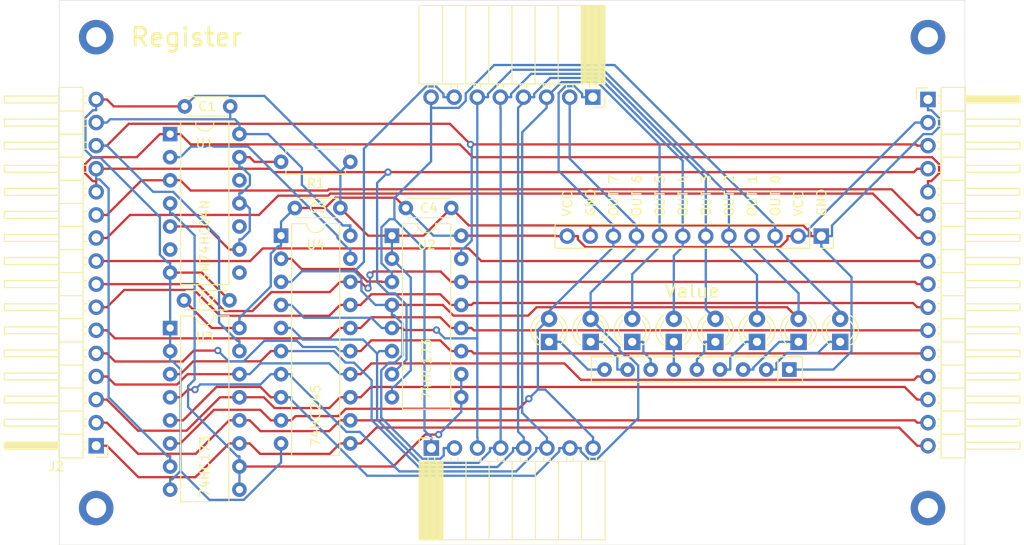
<source format=kicad_pcb>
(kicad_pcb (version 20221018) (generator pcbnew)
  (layers (0 "F.Cu" signal) (31 "B.Cu" signal) (34 "B.Paste" user) (35 "F.Paste" user) (36 "B.SilkS" user "B.Silkscreen") (37 "F.SilkS" user "F.Silkscreen") (38 "B.Mask" user) (39 "F.Mask" user) (44 "Edge.Cuts" user))
  (net 0 "")
  (net 1 "GND")
  (net 2 "VCC")
  (net 3 "R0")
  (net 4 "Net-(D1-K)")
  (net 5 "R1")
  (net 6 "Net-(D2-K)")
  (net 7 "R2")
  (net 8 "Net-(D3-K)")
  (net 9 "R3")
  (net 10 "Net-(D4-K)")
  (net 11 "R4")
  (net 12 "Net-(D5-K)")
  (net 13 "R5")
  (net 14 "Net-(D6-K)")
  (net 15 "R6")
  (net 16 "Net-(D7-K)")
  (net 17 "R7")
  (net 18 "Net-(D8-K)")
  (net 19 "BUS7")
  (net 20 "BUS6")
  (net 21 "BUS5")
  (net 22 "BUS4")
  (net 23 "BUS3")
  (net 24 "BUS2")
  (net 25 "BUS1")
  (net 26 "BUS0")
  (net 27 "SIG1")
  (net 28 "SIG0")
  (net 29 "SIG_OUT")
  (net 30 "SIG_IN")
  (net 31 "CLOCK")
  (net 32 "RESET")
  (net 33 "Net-(U1-3A)")
  (net 37 "~{SIG_OUT}")
  (net 38 "~{SIG_IN}")
  (footprint "Capacitor_THT:C_Disc_D4.3mm_W1.9mm_P5.00mm" (layer "F.Cu") (at 85.344 59.944 180)
    (fp_text reference "C1")
    (fp_text value "100nF")
  )
  (footprint "Capacitor_THT:C_Disc_D4.3mm_W1.9mm_P5.00mm" (layer "F.Cu") (at 80.264 81.28)
    (fp_text reference "C2")
    (fp_text value "100nF")
  )
  (footprint "LED_THT:LED_D3.0mm_Clear" (layer "F.Cu") (at 120.396 85.852 90)
    (fp_text reference "D1" hide)
    (fp_text value "LED")
  )
  (footprint "LED_THT:LED_D3.0mm_Clear" (layer "F.Cu") (at 124.968 85.852 90)
    (fp_text reference "D2" hide)
    (fp_text value "LED")
  )
  (footprint "LED_THT:LED_D3.0mm_Clear" (layer "F.Cu") (at 129.54 85.852 90)
    (fp_text reference "D3" hide)
    (fp_text value "LED")
  )
  (footprint "LED_THT:LED_D3.0mm_Clear" (layer "F.Cu") (at 134.112 85.852 90)
    (fp_text reference "D4" hide)
    (fp_text value "LED")
  )
  (footprint "LED_THT:LED_D3.0mm_Clear" (layer "F.Cu") (at 138.684 85.852 90)
    (fp_text reference "D5" hide)
    (fp_text value "LED")
  )
  (footprint "LED_THT:LED_D3.0mm_Clear" (layer "F.Cu") (at 143.256 85.852 90)
    (fp_text reference "D6" hide)
    (fp_text value "LED")
  )
  (footprint "LED_THT:LED_D3.0mm_Clear" (layer "F.Cu") (at 147.828 85.852 90)
    (fp_text reference "D7" hide)
    (fp_text value "LED")
  )
  (footprint "LED_THT:LED_D3.0mm_Clear" (layer "F.Cu") (at 152.4 85.852 90)
    (fp_text reference "D8" hide)
    (fp_text value "LED")
  )
  (footprint "Connector_PinHeader_2.54mm:PinHeader_1x16_P2.54mm_Horizontal" (layer "F.Cu") (at 162.052 59.182)
    (fp_text reference "J1" hide)
    (fp_text value "Conn_01x16")
  )
  (footprint "Connector_PinHeader_2.54mm:PinHeader_1x16_P2.54mm_Horizontal" (layer "F.Cu") (at 70.612 97.282 180)
    (fp_text reference "J2")
    (fp_text value "Conn_01x16")
  )
  (footprint "Connector_PinSocket_2.54mm:PinSocket_1x08_P2.54mm_Horizontal" (layer "F.Cu") (at 107.457 97.536 90)
    (fp_text reference "J3" hide)
    (fp_text value "Conn_01x08")
  )
  (footprint "Connector_PinSocket_2.54mm:PinSocket_1x08_P2.54mm_Horizontal" (layer "F.Cu") (at 125.207 58.928 -90)
    (fp_text reference "J4" hide)
    (fp_text value "Conn_01x08")
  )
  (footprint "Resistor_THT:R_Array_SIP9" (layer "F.Cu") (at 146.812 88.9 180)
    (fp_text reference "RN1" hide)
    (fp_text value "1k")
  )
  (footprint "Capacitor_THT:C_Disc_D4.3mm_W1.9mm_P5.00mm" (layer "F.Cu") (at 92.456 71.12)
    (fp_text reference "C3")
    (fp_text value "100nF")
  )
  (footprint "Capacitor_THT:C_Disc_D4.3mm_W1.9mm_P5.00mm" (layer "F.Cu") (at 104.648 71.12)
    (fp_text reference "C4")
    (fp_text value "100nF")
  )
  (footprint "Package_DIP:DIP-16_W7.62mm" (layer "F.Cu") (at 103.124 74.168)
    (fp_text reference "U2")
    (fp_text value "74HC173")
  )
  (footprint "Package_DIP:DIP-16_W7.62mm" (layer "F.Cu") (at 78.74 84.328)
    (fp_text reference "U3")
    (fp_text value "74HC173")
  )
  (footprint "Package_DIP:DIP-20_W7.62mm" (layer "F.Cu") (at 90.932 74.168)
    (fp_text reference "U4")
    (fp_text value "74HC245")
  )
  (footprint "Package_DIP:DIP-14_W7.62mm" (layer "F.Cu") (at 78.74 62.992)
    (fp_text reference "U1")
    (fp_text value "SN74HC04N")
  )
  (footprint "Connector_PinSocket_2.54mm:PinSocket_1x12_P2.54mm_Vertical" (layer "F.Cu") (at 150.328 74.218 -90)
    (fp_text reference "J5" hide)
    (fp_text value "Conn_01x12")
  )
  (footprint "Resistor_THT:R_Axial_DIN0207_L6.3mm_D2.5mm_P7.62mm_Horizontal" (layer "F.Cu") (at 98.552 66.04 180)
    (fp_text reference "R1")
    (fp_text value "10k")
  )
  (footprint "MountingHole:MountingHole_2.2mm_M2_DIN965_Pad" (layer "F.Cu") (at 70.612 104.14)
    (fp_text reference "HOLE3" hide)
    (fp_text value "MountingHole_2.2mm_M2_DIN965_Pad" hide)
  )
  (footprint "MountingHole:MountingHole_2.2mm_M2_DIN965_Pad" (layer "F.Cu") (at 70.612 52.324)
    (fp_text reference "HOLE1" hide)
    (fp_text value "MountingHole_2.2mm_M2_DIN965_Pad" hide)
  )
  (footprint "MountingHole:MountingHole_2.2mm_M2_DIN965_Pad" (layer "F.Cu") (at 162.052 104.14)
    (fp_text reference "HOLE4" hide)
    (fp_text value "MountingHole_2.2mm_M2_DIN965_Pad" hide)
  )
  (footprint "MountingHole:MountingHole_2.2mm_M2_DIN965_Pad" (layer "F.Cu") (at 162.052 52.324)
    (fp_text reference "HOLE2" hide)
    (fp_text value "MountingHole_2.2mm_M2_DIN965_Pad" hide)
  )
  (gr_line (start 166.116 108.204) (end 66.548 108.204) (stroke (width 0.05)) (layer "Edge.Cuts"))
  (gr_line (start 66.548 108.204) (end 66.548 48.26) (stroke (width 0.05)) (layer "Edge.Cuts"))
  (gr_line (start 66.548 48.26) (end 166.116 48.26) (stroke (width 0.05)) (layer "Edge.Cuts"))
  (gr_line (start 166.116 48.26) (end 166.116 108.204) (stroke (width 0.05)) (layer "Edge.Cuts"))
  (gr_text "VCC" (at 122.428 72.136 90) (layer "F.SilkS") (effects (font (size 1 1)) (justify left)))
  (gr_text "OUT 0" (at 145.288 72.136 90) (layer "F.SilkS") (effects (font (size 1 1)) (justify left)))
  (gr_text "OUT 1" (at 142.748 72.136 90) (layer "F.SilkS") (effects (font (size 1 1)) (justify left)))
  (gr_text "OUT 2" (at 140.208 72.136 90) (layer "F.SilkS") (effects (font (size 1 1)) (justify left)))
  (gr_text "OUT 3" (at 137.668 72.136 90) (layer "F.SilkS") (effects (font (size 1 1)) (justify left)))
  (gr_text "OUT 4" (at 135.128 72.136 90) (layer "F.SilkS") (effects (font (size 1 1)) (justify left)))
  (gr_text "OUT 6" (at 130.048 72.136 90) (layer "F.SilkS") (effects (font (size 1 1)) (justify left)))
  (gr_text "OUT 5" (at 132.588 72.136 90) (layer "F.SilkS") (effects (font (size 1 1)) (justify left)))
  (gr_text "OUT 7" (at 127.508 72.136 90) (layer "F.SilkS") (effects (font (size 1 1)) (justify left)))
  (gr_text "GND" (at 150.368 72.136 90) (layer "F.SilkS") (effects (font (size 1 1)) (justify left)))
  (gr_text "VCC" (at 147.828 72.136 90) (layer "F.SilkS") (effects (font (size 1 1)) (justify left)))
  (gr_text "GND" (at 124.968 72.136 90) (layer "F.SilkS") (effects (font (size 1 1)) (justify left)))
  (gr_text "Register" (at 80.518 52.324) (layer "F.SilkS") (effects (font (size 2 2) (thickness 0.3))))
  (gr_text "Value" (at 136.144 80.264) (layer "F.SilkS") (effects (font (size 1.5 1.5) (thickness 0.2))))
  (segment (start 100.504 74.168) (end 103.124 74.168) (width 0.25) (layer "F.Cu") (net 1))
  (segment (start 111.5691 73.0411) (end 109.648 71.12) (width 0.25) (layer "F.Cu") (net 1))
  (segment (start 124.928 73.0411) (end 148.3421 73.0411) (width 0.25) (layer "F.Cu") (net 1))
  (segment (start 97.456 71.12) (end 100.504 74.168) (width 0.25) (layer "F.Cu") (net 1))
  (segment (start 78.74 78.232) (end 82.216 78.232) (width 0.25) (layer "F.Cu") (net 1))
  (segment (start 80.344 59.944) (end 72.5509 59.944) (width 0.25) (layer "F.Cu") (net 1))
  (segment (start 150.328 74.218) (end 149.1511 74.218) (width 0.25) (layer "F.Cu") (net 1))
  (segment (start 82.216 78.232) (end 85.264 81.28) (width 0.25) (layer "F.Cu") (net 1))
  (segment (start 72.5509 59.944) (end 71.7889 59.182) (width 0.25) (layer "F.Cu") (net 1))
  (segment (start 106.6 74.168) (end 109.648 71.12) (width 0.25) (layer "F.Cu") (net 1))
  (segment (start 124.928 73.0411) (end 111.5691 73.0411) (width 0.25) (layer "F.Cu") (net 1))
  (segment (start 149.1511 73.8501) (end 149.1511 74.218) (width 0.25) (layer "F.Cu") (net 1))
  (segment (start 70.612 59.182) (end 71.7889 59.182) (width 0.25) (layer "F.Cu") (net 1))
  (segment (start 103.124 74.168) (end 106.6 74.168) (width 0.25) (layer "F.Cu") (net 1))
  (segment (start 124.928 74.218) (end 124.928 73.0411) (width 0.25) (layer "F.Cu") (net 1))
  (segment (start 148.3421 73.0411) (end 149.1511 73.8501) (width 0.25) (layer "F.Cu") (net 1))
  (segment (start 78.4582 77.1051) (end 78.74 77.1051) (width 0.25) (layer "B.Cu") (net 1))
  (segment (start 90.932 97.028) (end 90.932 99.1385) (width 0.25) (layer "B.Cu") (net 1))
  (segment (start 97.456 67.136) (end 97.456 71.12) (width 0.25) (layer "B.Cu") (net 1))
  (segment (start 79.0217 87.9949) (end 79.8906 88.8638) (width 0.25) (layer "B.Cu") (net 1))
  (segment (start 81.5014 58.7866) (end 89.1066 58.7866) (width 0.25) (layer "B.Cu") (net 1))
  (segment (start 78.74 84.328) (end 78.74 83.2011) (width 0.25) (layer "B.Cu") (net 1))
  (segment (start 78.74 86.868) (end 78.74 87.9949) (width 0.25) (layer "B.Cu") (net 1))
  (segment (start 103.124 91.948) (end 103.124 90.8211) (width 0.25) (layer "B.Cu") (net 1))
  (segment (start 151.6536 88.9) (end 146.812 88.9) (width 0.25) (layer "B.Cu") (net 1))
  (segment (start 77.6131 72.1241) (end 77.6131 76.26) (width 0.25) (layer "B.Cu") (net 1))
  (segment (start 78.74 79.3589) (end 78.74 83.2011) (width 0.25) (layer "B.Cu") (net 1))
  (segment (start 103.3575 90.8211) (end 103.124 90.8211) (width 0.25) (layer "B.Cu") (net 1))
  (segment (start 153.6472 86.9064) (end 151.6536 88.9) (width 0.25) (layer "B.Cu") (net 1))
  (segment (start 69.4351 64.7734) (end 70.2623 65.6006) (width 0.25) (layer "B.Cu") (net 1))
  (segment (start 103.124 74.168) (end 103.124 76.708) (width 0.25) (layer "B.Cu") (net 1))
  (segment (start 153.6472 78.7141) (end 153.6472 86.9064) (width 0.25) (layer "B.Cu") (net 1))
  (segment (start 162.052 59.182) (end 162.052 60.3589) (width 0.25) (layer "B.Cu") (net 1))
  (segment (start 79.8906 88.8638) (end 79.8906 100.064) (width 0.25) (layer "B.Cu") (net 1))
  (segment (start 79.8906 100.064) (end 78.9735 100.9811) (width 0.25) (layer "B.Cu") (net 1))
  (segment (start 103.124 76.708) (end 105.1975 78.7815) (width 0.25) (layer "B.Cu") (net 1))
  (segment (start 70.2623 65.6006) (end 71.0896 65.6006) (width 0.25) (layer "B.Cu") (net 1))
  (segment (start 150.328 74.218) (end 150.328 75.3949) (width 0.25) (layer "B.Cu") (net 1))
  (segment (start 162.052 60.3589) (end 162.4198 60.3589) (width 0.25) (layer "B.Cu") (net 1))
  (segment (start 162.5087 62.992) (end 161.554 62.992) (width 0.25) (layer "B.Cu") (net 1))
  (segment (start 80.344 59.944) (end 81.5014 58.7866) (width 0.25) (layer "B.Cu") (net 1))
  (segment (start 70.2441 60.3589) (end 69.4351 61.1679) (width 0.25) (layer "B.Cu") (net 1))
  (segment (start 70.612 60.3589) (end 70.2441 60.3589) (width 0.25) (layer "B.Cu") (net 1))
  (segment (start 150.328 74.218) (end 151.5049 74.218) (width 0.25) (layer "B.Cu") (net 1))
  (segment (start 78.74 87.9949) (end 79.0217 87.9949) (width 0.25) (layer "B.Cu") (net 1))
  (segment (start 161.554 62.992) (end 151.5049 73.0411) (width 0.25) (layer "B.Cu") (net 1))
  (segment (start 150.328 75.3949) (end 153.6472 78.7141) (width 0.25) (layer "B.Cu") (net 1))
  (segment (start 105.1975 88.9811) (end 103.3575 90.8211) (width 0.25) (layer "B.Cu") (net 1))
  (segment (start 78.74 86.868) (end 78.74 84.328) (width 0.25) (layer "B.Cu") (net 1))
  (segment (start 70.612 59.182) (end 70.612 60.3589) (width 0.25) (layer "B.Cu") (net 1))
  (segment (start 98.552 66.04) (end 97.456 67.136) (width 0.25) (layer "B.Cu") (net 1))
  (segment (start 83.0642 103.2376) (end 79.8906 100.064) (width 0.25) (layer "B.Cu") (net 1))
  (segment (start 105.1975 78.7815) (end 105.1975 88.9811) (width 0.25) (layer "B.Cu") (net 1))
  (segment (start 86.8329 103.2376) (end 83.0642 103.2376) (width 0.25) (layer "B.Cu") (net 1))
  (segment (start 89.1066 58.7866) (end 97.456 67.136) (width 0.25) (layer "B.Cu") (net 1))
  (segment (start 71.0896 65.6006) (end 77.6131 72.1241) (width 0.25) (layer "B.Cu") (net 1))
  (segment (start 90.932 99.1385) (end 86.8329 103.2376) (width 0.25) (layer "B.Cu") (net 1))
  (segment (start 77.6131 76.26) (end 78.4582 77.1051) (width 0.25) (layer "B.Cu") (net 1))
  (segment (start 78.74 102.108) (end 78.74 100.9811) (width 0.25) (layer "B.Cu") (net 1))
  (segment (start 163.2692 62.2315) (end 162.5087 62.992) (width 0.25) (layer "B.Cu") (net 1))
  (segment (start 69.4351 61.1679) (end 69.4351 64.7734) (width 0.25) (layer "B.Cu") (net 1))
  (segment (start 78.9735 100.9811) (end 78.74 100.9811) (width 0.25) (layer "B.Cu") (net 1))
  (segment (start 162.4198 60.3589) (end 163.2692 61.2083) (width 0.25) (layer "B.Cu") (net 1))
  (segment (start 163.2692 61.2083) (end 163.2692 62.2315) (width 0.25) (layer "B.Cu") (net 1))
  (segment (start 78.74 78.232) (end 78.74 79.3589) (width 0.25) (layer "B.Cu") (net 1))
  (segment (start 151.5049 73.0411) (end 151.5049 74.218) (width 0.25) (layer "B.Cu") (net 1))
  (segment (start 78.74 78.232) (end 78.74 77.1051) (width 0.25) (layer "B.Cu") (net 1))
  (segment (start 124.4114 75.4303) (end 123.5649 74.5838) (width 0.25) (layer "F.Cu") (net 2))
  (segment (start 122.388 74.218) (end 123.5649 74.218) (width 0.25) (layer "F.Cu") (net 2))
  (segment (start 146.6111 74.6004) (end 145.7812 75.4303) (width 0.25) (layer "F.Cu") (net 2))
  (segment (start 122.388 74.218) (end 121.2111 74.218) (width 0.25) (layer "F.Cu") (net 2))
  (segment (start 103.5197 69.9917) (end 96.9043 69.9917) (width 0.25) (layer "F.Cu") (net 2))
  (segment (start 98.552 73.0411) (end 97.7307 73.0411) (width 0.25) (layer "F.Cu") (net 2))
  (segment (start 95.7928 71.1032) (end 95.776 71.12) (width 0.25) (layer "F.Cu") (net 2))
  (segment (start 83.312 84.328) (end 80.264 81.28) (width 0.25) (layer "F.Cu") (net 2))
  (segment (start 147.788 74.218) (end 146.6111 74.218) (width 0.25) (layer "F.Cu") (net 2))
  (segment (start 95.776 71.12) (end 92.456 71.12) (width 0.25) (layer "F.Cu") (net 2))
  (segment (start 104.648 71.12) (end 103.5197 69.9917) (width 0.25) (layer "F.Cu") (net 2))
  (segment (start 97.7307 73.0411) (end 95.7928 71.1032) (width 0.25) (layer "F.Cu") (net 2))
  (segment (start 123.5649 74.5838) (end 123.5649 74.218) (width 0.25) (layer "F.Cu") (net 2))
  (segment (start 121.1611 74.168) (end 121.2111 74.218) (width 0.25) (layer "F.Cu") (net 2))
  (segment (start 145.7812 75.4303) (end 124.4114 75.4303) (width 0.25) (layer "F.Cu") (net 2))
  (segment (start 86.36 84.328) (end 83.312 84.328) (width 0.25) (layer "F.Cu") (net 2))
  (segment (start 146.6111 74.218) (end 146.6111 74.6004) (width 0.25) (layer "F.Cu") (net 2))
  (segment (start 96.9043 69.9917) (end 95.7928 71.1032) (width 0.25) (layer "F.Cu") (net 2))
  (segment (start 110.744 74.168) (end 121.1611 74.168) (width 0.25) (layer "F.Cu") (net 2))
  (segment (start 98.552 74.168) (end 98.552 73.0411) (width 0.25) (layer "F.Cu") (net 2))
  (segment (start 93.2233 66.6981) (end 89.5172 62.992) (width 0.25) (layer "B.Cu") (net 2))
  (segment (start 90.932 72.644) (end 90.932 74.168) (width 0.25) (layer "B.Cu") (net 2))
  (segment (start 90.932 74.168) (end 90.932 75.2949) (width 0.25) (layer "B.Cu") (net 2))
  (segment (start 110.744 74.168) (end 107.696 74.168) (width 0.25) (layer "B.Cu") (net 2))
  (segment (start 89.8051 76.14) (end 89.8051 79.756) (width 0.25) (layer "B.Cu") (net 2))
  (segment (start 97.7068 73.0411) (end 93.2233 68.5576) (width 0.25) (layer "B.Cu") (net 2))
  (segment (start 98.552 74.168) (end 98.552 73.0411) (width 0.25) (layer "B.Cu") (net 2))
  (segment (start 148.9649 74.218) (end 148.9649 73.4089) (width 0.25) (layer "B.Cu") (net 2))
  (segment (start 86.36 61.8651) (end 85.852 61.3571) (width 0.25) (layer "B.Cu") (net 2))
  (segment (start 107.696 74.168) (end 104.648 71.12) (width 0.25) (layer "B.Cu") (net 2))
  (segment (start 148.9649 73.4089) (end 160.6518 61.722) (width 0.25) (layer "B.Cu") (net 2))
  (segment (start 86.36 62.992) (end 86.36 61.8651) (width 0.25) (layer "B.Cu") (net 2))
  (segment (start 147.788 74.218) (end 148.9649 74.218) (width 0.25) (layer "B.Cu") (net 2))
  (segment (start 85.344 61.3571) (end 72.1538 61.3571) (width 0.25) (layer "B.Cu") (net 2))
  (segment (start 86.36 84.328) (end 86.36 83.2011) (width 0.25) (layer "B.Cu") (net 2))
  (segment (start 85.344 61.3571) (end 85.344 59.944) (width 0.25) (layer "B.Cu") (net 2))
  (segment (start 89.8051 79.756) (end 86.36 83.2011) (width 0.25) (layer "B.Cu") (net 2))
  (segment (start 92.456 71.12) (end 90.932 72.644) (width 0.25) (layer "B.Cu") (net 2))
  (segment (start 93.2233 68.5576) (end 93.2233 66.6981) (width 0.25) (layer "B.Cu") (net 2))
  (segment (start 70.612 61.722) (end 71.7889 61.722) (width 0.25) (layer "B.Cu") (net 2))
  (segment (start 160.6518 61.722) (end 162.052 61.722) (width 0.25) (layer "B.Cu") (net 2))
  (segment (start 89.5172 62.992) (end 86.36 62.992) (width 0.25) (layer "B.Cu") (net 2))
  (segment (start 90.6502 75.2949) (end 89.8051 76.14) (width 0.25) (layer "B.Cu") (net 2))
  (segment (start 72.1538 61.3571) (end 71.7889 61.722) (width 0.25) (layer "B.Cu") (net 2))
  (segment (start 85.852 61.3571) (end 85.344 61.3571) (width 0.25) (layer "B.Cu") (net 2))
  (segment (start 90.932 75.2949) (end 90.6502 75.2949) (width 0.25) (layer "B.Cu") (net 2))
  (segment (start 98.552 73.0411) (end 97.7068 73.0411) (width 0.25) (layer "B.Cu") (net 2))
  (segment (start 90.932 76.708) (end 92.0589 76.708) (width 0.25) (layer "F.Cu") (net 3))
  (segment (start 101.9654 79.2163) (end 101.9971 79.248) (width 0.25) (layer "F.Cu") (net 3))
  (segment (start 92.0589 76.708) (end 93.1858 77.8349) (width 0.25) (layer "F.Cu") (net 3))
  (segment (start 100.409 79.2163) (end 101.9654 79.2163) (width 0.25) (layer "F.Cu") (net 3))
  (segment (start 93.1858 77.8349) (end 99.0276 77.8349) (width 0.25) (layer "F.Cu") (net 3))
  (segment (start 102.5606 79.248) (end 101.9971 79.248) (width 0.25) (layer "F.Cu") (net 3))
  (segment (start 102.5606 79.248) (end 103.124 79.248) (width 0.25) (layer "F.Cu") (net 3))
  (segment (start 99.0276 77.8349) (end 100.409 79.2163) (width 0.25) (layer "F.Cu") (net 3))
  (segment (start 103.395 70.0272) (end 103.395 72.3591) (width 0.25) (layer "B.Cu") (net 3))
  (segment (start 127.5947 55.3878) (end 145.248 73.0411) (width 0.25) (layer "B.Cu") (net 3))
  (segment (start 111.237 58.5124) (end 114.3616 55.3878) (width 0.25) (layer "B.Cu") (net 3))
  (segment (start 107.457 97.536) (end 107.457 96.3591) (width 0.25) (layer "B.Cu") (net 3))
  (segment (start 101.9718 77.2024) (end 101.9718 73.2485) (width 0.25) (layer "B.Cu") (net 3))
  (segment (start 110.4727 60.1049) (end 111.237 59.3406) (width 0.25) (layer "B.Cu") (net 3))
  (segment (start 145.248 74.218) (end 145.248 73.0411) (width 0.25) (layer "B.Cu") (net 3))
  (segment (start 107.427 60.1049) (end 110.4727 60.1049) (width 0.25) (layer "B.Cu") (net 3))
  (segment (start 103.395 72.3591) (end 106.7003 75.6644) (width 0.25) (layer "B.Cu") (net 3))
  (segment (start 145.248 75.3949) (end 152.4 82.5469) (width 0.25) (layer "B.Cu") (net 3))
  (segment (start 106.7003 95.6024) (end 107.457 96.3591) (width 0.25) (layer "B.Cu") (net 3))
  (segment (start 107.427 60.1049) (end 107.427 65.9952) (width 0.25) (layer "B.Cu") (net 3))
  (segment (start 103.124 78.1211) (end 102.8905 78.1211) (width 0.25) (layer "B.Cu") (net 3))
  (segment (start 107.427 65.9952) (end 103.395 70.0272) (width 0.25) (layer "B.Cu") (net 3))
  (segment (start 103.124 79.248) (end 103.124 78.1211) (width 0.25) (layer "B.Cu") (net 3))
  (segment (start 102.8905 78.1211) (end 101.9718 77.2024) (width 0.25) (layer "B.Cu") (net 3))
  (segment (start 101.9718 73.2485) (end 102.8612 72.3591) (width 0.25) (layer "B.Cu") (net 3))
  (segment (start 111.237 59.3406) (end 111.237 58.5124) (width 0.25) (layer "B.Cu") (net 3))
  (segment (start 106.7003 75.6644) (end 106.7003 95.6024) (width 0.25) (layer "B.Cu") (net 3))
  (segment (start 107.427 58.928) (end 107.427 60.1049) (width 0.25) (layer "B.Cu") (net 3))
  (segment (start 102.8612 72.3591) (end 103.395 72.3591) (width 0.25) (layer "B.Cu") (net 3))
  (segment (start 152.4 82.5469) (end 152.4 83.312) (width 0.25) (layer "B.Cu") (net 3))
  (segment (start 114.3616 55.3878) (end 127.5947 55.3878) (width 0.25) (layer "B.Cu") (net 3))
  (segment (start 145.248 74.218) (end 145.248 75.3949) (width 0.25) (layer "B.Cu") (net 3))
  (segment (start 124.6709 88.9) (end 121.6229 85.852) (width 0.25) (layer "B.Cu") (net 4))
  (segment (start 120.396 85.852) (end 121.6229 85.852) (width 0.25) (layer "B.Cu") (net 4))
  (segment (start 126.492 88.9) (end 124.6709 88.9) (width 0.25) (layer "B.Cu") (net 4))
  (segment (start 109.8905 82.9674) (end 118.1016 82.9674) (width 0.25) (layer "F.Cu") (net 5))
  (segment (start 103.124 81.788) (end 108.7111 81.788) (width 0.25) (layer "F.Cu") (net 5))
  (segment (start 146.5553 82.0393) (end 147.828 83.312) (width 0.25) (layer "F.Cu") (net 5))
  (segment (start 108.7111 81.788) (end 109.8905 82.9674) (width 0.25) (layer "F.Cu") (net 5))
  (segment (start 119.0297 82.0393) (end 146.5553 82.0393) (width 0.25) (layer "F.Cu") (net 5))
  (segment (start 118.1016 82.9674) (end 119.0297 82.0393) (width 0.25) (layer "F.Cu") (net 5))
  (segment (start 104.2719 87.3182) (end 103.4521 88.138) (width 0.25) (layer "B.Cu") (net 5))
  (segment (start 109.997 97.536) (end 108.8201 97.536) (width 0.25) (layer "B.Cu") (net 5))
  (segment (start 93.2204 78.0865) (end 99.0101 78.0865) (width 0.25) (layer "B.Cu") (net 5))
  (segment (start 99.0101 78.0865) (end 99.769 78.8454) (width 0.25) (layer "B.Cu") (net 5))
  (segment (start 108.7901 58.5602) (end 107.9778 57.7479) (width 0.25) (layer "B.Cu") (net 5))
  (segment (start 107.9778 57.7479) (end 106.8811 57.7479) (width 0.25) (layer "B.Cu") (net 5))
  (segment (start 101.9489 94.193) (end 106.4688 98.7129) (width 0.25) (layer "B.Cu") (net 5))
  (segment (start 101.9489 88.9879) (end 101.9489 94.193) (width 0.25) (layer "B.Cu") (net 5))
  (segment (start 103.124 82.9149) (end 103.3575 82.9149) (width 0.25) (layer "B.Cu") (net 5))
  (segment (start 147.828 80.5149) (end 147.828 83.312) (width 0.25) (layer "B.Cu") (net 5))
  (segment (start 103.124 81.788) (end 101.9971 81.788) (width 0.25) (layer "B.Cu") (net 5))
  (segment (start 108.7901 58.928) (end 108.7901 58.5602) (width 0.25) (layer "B.Cu") (net 5))
  (segment (start 142.708 74.218) (end 142.708 75.3949) (width 0.25) (layer "B.Cu") (net 5))
  (segment (start 100.0454 77.0512) (end 99.0101 78.0865) (width 0.25) (layer "B.Cu") (net 5))
  (segment (start 142.708 75.3949) (end 147.828 80.5149) (width 0.25) (layer "B.Cu") (net 5))
  (segment (start 99.769 78.8454) (end 99.769 80.2443) (width 0.25) (layer "B.Cu") (net 5))
  (segment (start 103.4521 88.138) (end 102.7988 88.138) (width 0.25) (layer "B.Cu") (net 5))
  (segment (start 106.8811 57.7479) (end 100.0454 64.5836) (width 0.25) (layer "B.Cu") (net 5))
  (segment (start 103.3575 82.9149) (end 104.2719 83.8293) (width 0.25) (layer "B.Cu") (net 5))
  (segment (start 101.3127 81.788) (end 101.9971 81.788) (width 0.25) (layer "B.Cu") (net 5))
  (segment (start 90.932 79.248) (end 92.0589 79.248) (width 0.25) (layer "B.Cu") (net 5))
  (segment (start 108.4524 98.7129) (end 108.8201 98.3452) (width 0.25) (layer "B.Cu") (net 5))
  (segment (start 106.4688 98.7129) (end 108.4524 98.7129) (width 0.25) (layer "B.Cu") (net 5))
  (segment (start 92.0589 79.248) (end 93.2204 78.0865) (width 0.25) (layer "B.Cu") (net 5))
  (segment (start 108.8201 98.3452) (end 108.8201 97.536) (width 0.25) (layer "B.Cu") (net 5))
  (segment (start 109.967 58.928) (end 108.7901 58.928) (width 0.25) (layer "B.Cu") (net 5))
  (segment (start 103.124 81.788) (end 103.124 82.9149) (width 0.25) (layer "B.Cu") (net 5))
  (segment (start 104.2719 83.8293) (end 104.2719 87.3182) (width 0.25) (layer "B.Cu") (net 5))
  (segment (start 99.769 80.2443) (end 101.3127 81.788) (width 0.25) (layer "B.Cu") (net 5))
  (segment (start 100.0454 64.5836) (end 100.0454 77.0512) (width 0.25) (layer "B.Cu") (net 5))
  (segment (start 102.7988 88.138) (end 101.9489 88.9879) (width 0.25) (layer "B.Cu") (net 5))
  (segment (start 126.1949 85.852) (end 127.9051 87.5622) (width 0.25) (layer "B.Cu") (net 6))
  (segment (start 127.9051 87.5622) (end 127.9051 88.9) (width 0.25) (layer "B.Cu") (net 6))
  (segment (start 124.968 85.852) (end 126.1949 85.852) (width 0.25) (layer "B.Cu") (net 6))
  (segment (start 129.032 88.9) (end 127.9051 88.9) (width 0.25) (layer "B.Cu") (net 6))
  (segment (start 103.124 84.328) (end 104.2509 84.328) (width 0.25) (layer "F.Cu") (net 7))
  (segment (start 108.0201 84.5553) (end 104.4782 84.5553) (width 0.25) (layer "F.Cu") (net 7))
  (segment (start 104.4782 84.5553) (end 104.2509 84.328) (width 0.25) (layer "F.Cu") (net 7))
  (via (at 108.0201 84.5553) (size 0.8) (drill 0.4) (layers "F.Cu" "B.Cu") (net 7))
  (segment (start 140.168 69.737) (end 140.168 74.218) (width 0.25) (layer "B.Cu") (net 7))
  (segment (start 93.472 83.2011) (end 92.0589 81.788) (width 0.25) (layer "B.Cu") (net 7))
  (segment (start 112.507 85.4677) (end 108.9325 85.4677) (width 0.25) (layer "B.Cu") (net 7))
  (segment (start 103.124 84.328) (end 101.9971 84.328) (width 0.25) (layer "B.Cu") (net 7))
  (segment (start 113.6839 58.928) (end 113.6839 58.5622) (width 0.25) (layer "B.Cu") (net 7))
  (segment (start 112.507 96.3291) (end 112.507 85.4677) (width 0.25) (layer "B.Cu") (net 7))
  (segment (start 112.507 85.4677) (end 112.507 58.928) (width 0.25) (layer "B.Cu") (net 7))
  (segment (start 126.3417 55.9107) (end 140.168 69.737) (width 0.25) (layer "B.Cu") (net 7))
  (segment (start 112.507 58.928) (end 113.6839 58.928) (width 0.25) (layer "B.Cu") (net 7))
  (segment (start 140.168 75.3949) (end 143.256 78.4829) (width 0.25) (layer "B.Cu") (net 7))
  (segment (start 116.3354 55.9107) (end 126.3417 55.9107) (width 0.25) (layer "B.Cu") (net 7))
  (segment (start 100.8702 83.2011) (end 93.472 83.2011) (width 0.25) (layer "B.Cu") (net 7))
  (segment (start 108.9325 85.4677) (end 108.0201 84.5553) (width 0.25) (layer "B.Cu") (net 7))
  (segment (start 90.932 81.788) (end 92.0589 81.788) (width 0.25) (layer "B.Cu") (net 7))
  (segment (start 140.168 74.218) (end 140.168 75.3949) (width 0.25) (layer "B.Cu") (net 7))
  (segment (start 113.6839 58.5622) (end 116.3354 55.9107) (width 0.25) (layer "B.Cu") (net 7))
  (segment (start 101.9971 84.328) (end 100.8702 83.2011) (width 0.25) (layer "B.Cu") (net 7))
  (segment (start 112.537 97.536) (end 112.537 96.3591) (width 0.25) (layer "B.Cu") (net 7))
  (segment (start 143.256 78.4829) (end 143.256 83.312) (width 0.25) (layer "B.Cu") (net 7))
  (segment (start 112.537 96.3591) (end 112.507 96.3291) (width 0.25) (layer "B.Cu") (net 7))
  (segment (start 129.54 85.852) (end 130.7669 85.852) (width 0.25) (layer "B.Cu") (net 8))
  (segment (start 130.7669 86.968) (end 130.7669 85.852) (width 0.25) (layer "B.Cu") (net 8))
  (segment (start 131.572 87.7731) (end 130.7669 86.968) (width 0.25) (layer "B.Cu") (net 8))
  (segment (start 131.572 88.9) (end 131.572 87.7731) (width 0.25) (layer "B.Cu") (net 8))
  (segment (start 113.9001 97.536) (end 113.9001 97.9039) (width 0.25) (layer "B.Cu") (net 9))
  (segment (start 99.9529 85.598) (end 93.3289 85.598) (width 0.25) (layer "B.Cu") (net 9))
  (segment (start 126.1538 56.3641) (end 137.6279 67.8382) (width 0.25) (layer "B.Cu") (net 9))
  (segment (start 106.2602 99.1688) (end 101.4894 94.398) (width 0.25) (layer "B.Cu") (net 9))
  (segment (start 137.628 82.256) (end 137.628 74.218) (width 0.25) (layer "B.Cu") (net 9))
  (segment (start 112.6352 99.1688) (end 106.2602 99.1688) (width 0.25) (layer "B.Cu") (net 9))
  (segment (start 116.2239 58.928) (end 116.2239 58.5644) (width 0.25) (layer "B.Cu") (net 9))
  (segment (start 137.6279 67.8382) (end 137.6279 73.0411) (width 0.25) (layer "B.Cu") (net 9))
  (segment (start 113.9001 97.9039) (end 112.6352 99.1688) (width 0.25) (layer "B.Cu") (net 9))
  (segment (start 103.124 86.868) (end 101.9971 86.868) (width 0.25) (layer "B.Cu") (net 9))
  (segment (start 101.4894 87.1345) (end 99.9529 85.598) (width 0.25) (layer "B.Cu") (net 9))
  (segment (start 137.6279 73.0411) (end 137.628 73.0411) (width 0.25) (layer "B.Cu") (net 9))
  (segment (start 115.047 58.928) (end 116.2239 58.928) (width 0.25) (layer "B.Cu") (net 9))
  (segment (start 93.3289 85.598) (end 92.0589 84.328) (width 0.25) (layer "B.Cu") (net 9))
  (segment (start 137.628 74.218) (end 137.628 73.0411) (width 0.25) (layer "B.Cu") (net 9))
  (segment (start 115.077 97.536) (end 113.9001 97.536) (width 0.25) (layer "B.Cu") (net 9))
  (segment (start 115.077 60.1349) (end 115.077 97.536) (width 0.25) (layer "B.Cu") (net 9))
  (segment (start 101.7559 86.868) (end 101.9971 86.868) (width 0.25) (layer "B.Cu") (net 9))
  (segment (start 138.684 83.312) (end 137.628 82.256) (width 0.25) (layer "B.Cu") (net 9))
  (segment (start 116.2239 58.5644) (end 118.4242 56.3641) (width 0.25) (layer "B.Cu") (net 9))
  (segment (start 115.047 60.1049) (end 115.077 60.1349) (width 0.25) (layer "B.Cu") (net 9))
  (segment (start 115.047 58.928) (end 115.047 60.1049) (width 0.25) (layer "B.Cu") (net 9))
  (segment (start 118.4242 56.3641) (end 126.1538 56.3641) (width 0.25) (layer "B.Cu") (net 9))
  (segment (start 90.932 84.328) (end 92.0589 84.328) (width 0.25) (layer "B.Cu") (net 9))
  (segment (start 101.4894 94.398) (end 101.4894 87.1345) (width 0.25) (layer "B.Cu") (net 9))
  (segment (start 101.4894 87.1345) (end 101.7559 86.868) (width 0.25) (layer "B.Cu") (net 9))
  (segment (start 134.112 88.9) (end 134.112 85.852) (width 0.25) (layer "B.Cu") (net 10))
  (segment (start 90.932 86.868) (end 89.8051 86.868) (width 0.25) (layer "F.Cu") (net 11))
  (segment (start 88.6782 87.9949) (end 81.28 87.9949) (width 0.25) (layer "F.Cu") (net 11))
  (segment (start 89.8051 86.868) (end 88.6782 87.9949) (width 0.25) (layer "F.Cu") (net 11))
  (segment (start 81.28 87.9949) (end 79.8669 89.408) (width 0.25) (layer "F.Cu") (net 11))
  (segment (start 78.74 89.408) (end 79.8669 89.408) (width 0.25) (layer "F.Cu") (net 11))
  (segment (start 98.0218 88.138) (end 98.9531 88.138) (width 0.25) (layer "B.Cu") (net 11))
  (segment (start 135.088 74.218) (end 135.088 73.0411) (width 0.25) (layer "B.Cu") (net 11))
  (segment (start 118.7639 58.5644) (end 120.512 56.8163) (width 0.25) (layer "B.Cu") (net 11))
  (segment (start 106.0716 99.6237) (end 114.7182 99.6237) (width 0.25) (layer "B.Cu") (net 11))
  (segment (start 92.0589 86.868) (end 92.0619 86.871) (width 0.25) (layer "B.Cu") (net 11))
  (segment (start 135.0879 73.0411) (end 135.088 73.0411) (width 0.25) (layer "B.Cu") (net 11))
  (segment (start 100.8909 94.443) (end 106.0716 99.6237) (width 0.25) (layer "B.Cu") (net 11))
  (segment (start 117.587 58.928) (end 118.1755 58.928) (width 0.25) (layer "B.Cu") (net 11))
  (segment (start 96.7548 86.871) (end 98.0218 88.138) (width 0.25) (layer "B.Cu") (net 11))
  (segment (start 116.9913 95.7334) (end 117.617 96.3591) (width 0.25) (layer "B.Cu") (net 11))
  (segment (start 114.7182 99.6237) (end 116.4401 97.9018) (width 0.25) (layer "B.Cu") (net 11))
  (segment (start 135.088 74.8064) (end 135.088 75.3949) (width 0.25) (layer "B.Cu") (net 11))
  (segment (start 92.0619 86.871) (end 96.7548 86.871) (width 0.25) (layer "B.Cu") (net 11))
  (segment (start 134.112 76.3709) (end 134.112 83.312) (width 0.25) (layer "B.Cu") (net 11))
  (segment (start 135.088 75.3949) (end 134.112 76.3709) (width 0.25) (layer "B.Cu") (net 11))
  (segment (start 90.932 86.868) (end 92.0589 86.868) (width 0.25) (layer "B.Cu") (net 11))
  (segment (start 118.1755 58.928) (end 116.9913 60.1122) (width 0.25) (layer "B.Cu") (net 11))
  (segment (start 100.8909 90.0758) (end 100.8909 94.443) (width 0.25) (layer "B.Cu") (net 11))
  (segment (start 117.617 97.536) (end 116.4401 97.536) (width 0.25) (layer "B.Cu") (net 11))
  (segment (start 118.1755 58.928) (end 118.7639 58.928) (width 0.25) (layer "B.Cu") (net 11))
  (segment (start 116.4401 97.9018) (end 116.4401 97.536) (width 0.25) (layer "B.Cu") (net 11))
  (segment (start 98.9531 88.138) (end 100.8909 90.0758) (width 0.25) (layer "B.Cu") (net 11))
  (segment (start 125.9669 56.8163) (end 135.0879 65.9373) (width 0.25) (layer "B.Cu") (net 11))
  (segment (start 135.088 74.8064) (end 135.088 74.218) (width 0.25) (layer "B.Cu") (net 11))
  (segment (start 135.0879 65.9373) (end 135.0879 73.0411) (width 0.25) (layer "B.Cu") (net 11))
  (segment (start 117.617 97.536) (end 117.617 96.3591) (width 0.25) (layer "B.Cu") (net 11))
  (segment (start 118.7639 58.928) (end 118.7639 58.5644) (width 0.25) (layer "B.Cu") (net 11))
  (segment (start 120.512 56.8163) (end 125.9669 56.8163) (width 0.25) (layer "B.Cu") (net 11))
  (segment (start 116.9913 60.1122) (end 116.9913 95.7334) (width 0.25) (layer "B.Cu") (net 11))
  (segment (start 136.652 88.9) (end 136.652 87.7731) (width 0.25) (layer "B.Cu") (net 12))
  (segment (start 137.4571 86.968) (end 137.4571 85.852) (width 0.25) (layer "B.Cu") (net 12))
  (segment (start 138.684 85.852) (end 137.4571 85.852) (width 0.25) (layer "B.Cu") (net 12))
  (segment (start 136.652 87.7731) (end 137.4571 86.968) (width 0.25) (layer "B.Cu") (net 12))
  (segment (start 80.7099 91.105) (end 81.4778 91.105) (width 0.25) (layer "F.Cu") (net 13))
  (segment (start 78.74 91.948) (end 79.8669 91.948) (width 0.25) (layer "F.Cu") (net 13))
  (segment (start 79.8669 91.948) (end 80.7099 91.105) (width 0.25) (layer "F.Cu") (net 13))
  (via (at 81.4778 91.105) (size 0.8) (drill 0.4) (layers "F.Cu" "B.Cu") (net 13))
  (segment (start 82.0479 90.5349) (end 81.4778 91.105) (width 0.25) (layer "B.Cu") (net 13))
  (segment (start 118.9801 97.9018) (end 118.9801 97.536) (width 0.25) (layer "B.Cu") (net 13))
  (segment (start 121.7868 57.2682) (end 120.127 58.928) (width 0.25) (layer "B.Cu") (net 13))
  (segment (start 132.548 74.218) (end 132.548 64.1026) (width 0.25) (layer "B.Cu") (net 13))
  (segment (start 129.54 78.4029) (end 129.54 83.312) (width 0.25) (layer "B.Cu") (net 13))
  (segment (start 98.1272 95.758) (end 99.5932 95.758) (width 0.25) (layer "B.Cu") (net 13))
  (segment (start 125.7136 57.2682) (end 121.7868 57.2682) (width 0.25) (layer "B.Cu") (net 13))
  (segment (start 90.932 89.408) (end 89.8051 89.408) (width 0.25) (layer "B.Cu") (net 13))
  (segment (start 88.6782 90.5349) (end 82.0479 90.5349) (width 0.25) (layer "B.Cu") (net 13))
  (segment (start 91.4955 89.408) (end 90.932 89.408) (width 0.25) (layer "B.Cu") (net 13))
  (segment (start 116.7779 100.104) (end 118.9801 97.9018) (width 0.25) (layer "B.Cu") (net 13))
  (segment (start 89.8051 89.408) (end 88.6782 90.5349) (width 0.25) (layer "B.Cu") (net 13))
  (segment (start 103.9392 100.104) (end 116.7779 100.104) (width 0.25) (layer "B.Cu") (net 13))
  (segment (start 99.5932 95.758) (end 103.9392 100.104) (width 0.25) (layer "B.Cu") (net 13))
  (segment (start 117.4447 62.7872) (end 117.4447 93.6468) (width 0.25) (layer "B.Cu") (net 13))
  (segment (start 117.4447 93.6468) (end 120.157 96.3591) (width 0.25) (layer "B.Cu") (net 13))
  (segment (start 91.4955 89.408) (end 92.0589 89.408) (width 0.25) (layer "B.Cu") (net 13))
  (segment (start 92.0589 89.408) (end 92.0589 89.6897) (width 0.25) (layer "B.Cu") (net 13))
  (segment (start 120.127 58.928) (end 120.127 60.1049) (width 0.25) (layer "B.Cu") (net 13))
  (segment (start 132.548 75.3949) (end 129.54 78.4029) (width 0.25) (layer "B.Cu") (net 13))
  (segment (start 120.157 97.536) (end 118.9801 97.536) (width 0.25) (layer "B.Cu") (net 13))
  (segment (start 132.548 74.218) (end 132.548 75.3949) (width 0.25) (layer "B.Cu") (net 13))
  (segment (start 132.548 64.1026) (end 125.7136 57.2682) (width 0.25) (layer "B.Cu") (net 13))
  (segment (start 92.0589 89.6897) (end 98.1272 95.758) (width 0.25) (layer "B.Cu") (net 13))
  (segment (start 120.127 60.1049) (end 117.4447 62.7872) (width 0.25) (layer "B.Cu") (net 13))
  (segment (start 120.157 97.536) (end 120.157 96.3591) (width 0.25) (layer "B.Cu") (net 13))
  (segment (start 139.192 88.9) (end 140.3189 88.9) (width 0.25) (layer "B.Cu") (net 14))
  (segment (start 143.256 85.852) (end 142.0291 85.852) (width 0.25) (layer "B.Cu") (net 14))
  (segment (start 140.3189 88.9) (end 140.3189 87.5622) (width 0.25) (layer "B.Cu") (net 14))
  (segment (start 140.3189 87.5622) (end 142.0291 85.852) (width 0.25) (layer "B.Cu") (net 14))
  (segment (start 83.8368 90.8164) (end 88.6735 90.8164) (width 0.25) (layer "F.Cu") (net 15))
  (segment (start 78.74 94.488) (end 79.8669 94.488) (width 0.25) (layer "F.Cu") (net 15))
  (segment (start 79.8669 94.488) (end 80.1652 94.488) (width 0.25) (layer "F.Cu") (net 15))
  (segment (start 88.6735 90.8164) (end 89.8051 91.948) (width 0.25) (layer "F.Cu") (net 15))
  (segment (start 80.1652 94.488) (end 83.8368 90.8164) (width 0.25) (layer "F.Cu") (net 15))
  (segment (start 90.932 91.948) (end 89.8051 91.948) (width 0.25) (layer "F.Cu") (net 15))
  (segment (start 130.1994 94.2407) (end 125.716 98.7241) (width 0.25) (layer "B.Cu") (net 15))
  (segment (start 122.667 65.7001) (end 122.667 58.928) (width 0.25) (layer "B.Cu") (net 15))
  (segment (start 122.697 97.536) (end 123.8739 97.536) (width 0.25) (layer "B.Cu") (net 15))
  (segment (start 124.968 83.312) (end 128.1319 86.4759) (width 0.25) (layer "B.Cu") (net 15))
  (segment (start 118.8361 100.5858) (end 121.5201 97.9018) (width 0.25) (layer "B.Cu") (net 15))
  (segment (start 92.0589 91.948) (end 92.0589 92.2297) (width 0.25) (layer "B.Cu") (net 15))
  (segment (start 124.968 83.312) (end 124.968 80.4349) (width 0.25) (layer "B.Cu") (net 15))
  (segment (start 122.697 97.536) (end 121.5201 97.536) (width 0.25) (layer "B.Cu") (net 15))
  (segment (start 121.5201 97.9018) (end 121.5201 97.536) (width 0.25) (layer "B.Cu") (net 15))
  (segment (start 130.1994 88.4604) (end 130.1994 94.2407) (width 0.25) (layer "B.Cu") (net 15))
  (segment (start 123.8739 97.9018) (end 123.8739 97.536) (width 0.25) (layer "B.Cu") (net 15))
  (segment (start 129.1502 87.4112) (end 130.1994 88.4604) (width 0.25) (layer "B.Cu") (net 15))
  (segment (start 124.6962 98.7241) (end 123.8739 97.9018) (width 0.25) (layer "B.Cu") (net 15))
  (segment (start 128.7661 87.4112) (end 129.1502 87.4112) (width 0.25) (layer "B.Cu") (net 15))
  (segment (start 125.716 98.7241) (end 124.6962 98.7241) (width 0.25) (layer "B.Cu") (net 15))
  (segment (start 90.932 91.948) (end 92.0589 91.948) (width 0.25) (layer "B.Cu") (net 15))
  (segment (start 130.008 74.218) (end 130.008 75.3949) (width 0.25) (layer "B.Cu") (net 15))
  (segment (start 128.1319 86.4759) (end 128.1319 86.777) (width 0.25) (layer "B.Cu") (net 15))
  (segment (start 100.415 100.5858) (end 118.8361 100.5858) (width 0.25) (layer "B.Cu") (net 15))
  (segment (start 124.968 80.4349) (end 130.008 75.3949) (width 0.25) (layer "B.Cu") (net 15))
  (segment (start 92.0589 92.2297) (end 100.415 100.5858) (width 0.25) (layer "B.Cu") (net 15))
  (segment (start 128.1319 86.777) (end 128.7661 87.4112) (width 0.25) (layer "B.Cu") (net 15))
  (segment (start 130.008 74.218) (end 130.008 73.0411) (width 0.25) (layer "B.Cu") (net 15))
  (segment (start 130.008 73.0411) (end 122.667 65.7001) (width 0.25) (layer "B.Cu") (net 15))
  (segment (start 145.6939 85.852) (end 142.8589 88.687) (width 0.25) (layer "B.Cu") (net 16))
  (segment (start 142.8589 88.687) (end 142.8589 88.9) (width 0.25) (layer "B.Cu") (net 16))
  (segment (start 141.732 88.9) (end 142.8589 88.9) (width 0.25) (layer "B.Cu") (net 16))
  (segment (start 147.828 85.852) (end 145.6939 85.852) (width 0.25) (layer "B.Cu") (net 16))
  (segment (start 92.0589 94.488) (end 92.5258 94.0211) (width 0.25) (layer "F.Cu") (net 17))
  (segment (start 83.5684 93.3265) (end 88.6436 93.3265) (width 0.25) (layer "F.Cu") (net 17))
  (segment (start 90.932 94.488) (end 92.0589 94.488) (width 0.25) (layer "F.Cu") (net 17))
  (segment (start 117.059 93.2179) (end 118.1717 92.1052) (width 0.25) (layer "F.Cu") (net 17))
  (segment (start 98.0583 93.2179) (end 117.059 93.2179) (width 0.25) (layer "F.Cu") (net 17))
  (segment (start 88.6436 93.3265) (end 89.8051 94.488) (width 0.25) (layer "F.Cu") (net 17))
  (segment (start 79.8669 97.028) (end 83.5684 93.3265) (width 0.25) (layer "F.Cu") (net 17))
  (segment (start 92.5258 94.0211) (end 97.2551 94.0211) (width 0.25) (layer "F.Cu") (net 17))
  (segment (start 97.2551 94.0211) (end 98.0583 93.2179) (width 0.25) (layer "F.Cu") (net 17))
  (segment (start 90.932 94.488) (end 89.8051 94.488) (width 0.25) (layer "F.Cu") (net 17))
  (segment (start 78.74 97.028) (end 79.8669 97.028) (width 0.25) (layer "F.Cu") (net 17))
  (via (at 118.1717 92.1052) (size 0.8) (drill 0.4) (layers "F.Cu" "B.Cu") (net 17))
  (segment (start 119.9841 91.1062) (end 125.237 96.3591) (width 0.25) (layer "B.Cu") (net 17))
  (segment (start 123.1914 57.7215) (end 124.0301 58.5602) (width 0.25) (layer "B.Cu") (net 17))
  (segment (start 127.468 73.0411) (end 121.4472 67.0203) (width 0.25) (layer "B.Cu") (net 17))
  (segment (start 127.468 74.218) (end 127.468 75.3949) (width 0.25) (layer "B.Cu") (net 17))
  (segment (start 120.396 83.312) (end 119.1691 84.5389) (width 0.25) (layer "B.Cu") (net 17))
  (segment (start 122.1982 57.7215) (end 123.1914 57.7215) (width 0.25) (layer "B.Cu") (net 17))
  (segment (start 127.468 75.3949) (end 120.396 82.4669) (width 0.25) (layer "B.Cu") (net 17))
  (segment (start 119.1691 91.1062) (end 119.9841 91.1062) (width 0.25) (layer "B.Cu") (net 17))
  (segment (start 118.1717 92.1036) (end 118.1717 92.1052) (width 0.25) (layer "B.Cu") (net 17))
  (segment (start 127.468 74.218) (end 127.468 73.0411) (width 0.25) (layer "B.Cu") (net 17))
  (segment (start 125.237 97.536) (end 125.237 96.3591) (width 0.25) (layer "B.Cu") (net 17))
  (segment (start 120.396 82.4669) (end 120.396 83.312) (width 0.25) (layer "B.Cu") (net 17))
  (segment (start 125.207 58.928) (end 124.0301 58.928) (width 0.25) (layer "B.Cu") (net 17))
  (segment (start 119.1691 91.1062) (end 118.1717 92.1036) (width 0.25) (layer "B.Cu") (net 17))
  (segment (start 124.0301 58.5602) (end 124.0301 58.928) (width 0.25) (layer "B.Cu") (net 17))
  (segment (start 121.4472 58.4725) (end 122.1982 57.7215) (width 0.25) (layer "B.Cu") (net 17))
  (segment (start 119.1691 84.5389) (end 119.1691 91.1062) (width 0.25) (layer "B.Cu") (net 17))
  (segment (start 121.4472 67.0203) (end 121.4472 58.4725) (width 0.25) (layer "B.Cu") (net 17))
  (segment (start 145.3989 88.1956) (end 146.5156 87.0789) (width 0.25) (layer "B.Cu") (net 18))
  (segment (start 152.4 85.852) (end 151.1731 85.852) (width 0.25) (layer "B.Cu") (net 18))
  (segment (start 144.272 88.9) (end 145.3989 88.9) (width 0.25) (layer "B.Cu") (net 18))
  (segment (start 145.3989 88.9) (end 145.3989 88.1956) (width 0.25) (layer "B.Cu") (net 18))
  (segment (start 149.9462 87.0789) (end 151.1731 85.852) (width 0.25) (layer "B.Cu") (net 18))
  (segment (start 146.5156 87.0789) (end 149.9462 87.0789) (width 0.25) (layer "B.Cu") (net 18))
  (segment (start 85.2331 97.028) (end 81.5199 100.7412) (width 0.25) (layer "F.Cu") (net 19))
  (segment (start 158.8761 95.283) (end 160.8751 97.282) (width 0.25) (layer "F.Cu") (net 19))
  (segment (start 101.4239 95.283) (end 158.8761 95.283) (width 0.25) (layer "F.Cu") (net 19))
  (segment (start 70.612 97.282) (end 71.7889 97.282) (width 0.25) (layer "F.Cu") (net 19))
  (segment (start 99.6789 97.028) (end 101.4239 95.283) (width 0.25) (layer "F.Cu") (net 19))
  (segment (start 162.052 97.282) (end 160.8751 97.282) (width 0.25) (layer "F.Cu") (net 19))
  (segment (start 75.2481 100.7412) (end 71.7889 97.282) (width 0.25) (layer "F.Cu") (net 19))
  (segment (start 97.9886 97.028) (end 97.4251 97.028) (width 0.25) (layer "F.Cu") (net 19))
  (segment (start 97.4251 97.028) (end 96.2757 98.1774) (width 0.25) (layer "F.Cu") (net 19))
  (segment (start 97.9886 97.028) (end 98.552 97.028) (width 0.25) (layer "F.Cu") (net 19))
  (segment (start 81.5199 100.7412) (end 75.2481 100.7412) (width 0.25) (layer "F.Cu") (net 19))
  (segment (start 86.36 97.028) (end 85.2331 97.028) (width 0.25) (layer "F.Cu") (net 19))
  (segment (start 98.552 97.028) (end 99.6789 97.028) (width 0.25) (layer "F.Cu") (net 19))
  (segment (start 96.2757 98.1774) (end 88.6363 98.1774) (width 0.25) (layer "F.Cu") (net 19))
  (segment (start 86.36 97.028) (end 87.4869 97.028) (width 0.25) (layer "F.Cu") (net 19))
  (segment (start 88.6363 98.1774) (end 87.4869 97.028) (width 0.25) (layer "F.Cu") (net 19))
  (segment (start 81.5535 98.1676) (end 75.2145 98.1676) (width 0.25) (layer "F.Cu") (net 20))
  (segment (start 98.552 94.488) (end 160.6211 94.488) (width 0.25) (layer "F.Cu") (net 20))
  (segment (start 97.4251 94.488) (end 96.2385 95.6746) (width 0.25) (layer "F.Cu") (net 20))
  (segment (start 85.2331 94.488) (end 81.5535 98.1676) (width 0.25) (layer "F.Cu") (net 20))
  (segment (start 97.9886 94.488) (end 97.4251 94.488) (width 0.25) (layer "F.Cu") (net 20))
  (segment (start 88.6735 95.6746) (end 87.4869 94.488) (width 0.25) (layer "F.Cu") (net 20))
  (segment (start 70.612 94.742) (end 71.7889 94.742) (width 0.25) (layer "F.Cu") (net 20))
  (segment (start 86.36 94.488) (end 85.2331 94.488) (width 0.25) (layer "F.Cu") (net 20))
  (segment (start 97.9886 94.488) (end 98.552 94.488) (width 0.25) (layer "F.Cu") (net 20))
  (segment (start 160.6211 94.488) (end 160.8751 94.742) (width 0.25) (layer "F.Cu") (net 20))
  (segment (start 86.36 94.488) (end 87.4869 94.488) (width 0.25) (layer "F.Cu") (net 20))
  (segment (start 162.052 94.742) (end 160.8751 94.742) (width 0.25) (layer "F.Cu") (net 20))
  (segment (start 75.2145 98.1676) (end 71.7889 94.742) (width 0.25) (layer "F.Cu") (net 20))
  (segment (start 96.2385 95.6746) (end 88.6735 95.6746) (width 0.25) (layer "F.Cu") (net 20))
  (segment (start 159.4906 90.8175) (end 160.8751 92.202) (width 0.25) (layer "F.Cu") (net 21))
  (segment (start 99.1155 91.948) (end 99.6789 91.948) (width 0.25) (layer "F.Cu") (net 21))
  (segment (start 86.36 91.948) (end 84.2195 91.948) (width 0.25) (layer "F.Cu") (net 21))
  (segment (start 75.2129 95.626) (end 71.7889 92.202) (width 0.25) (layer "F.Cu") (net 21))
  (segment (start 89.0363 91.948) (end 86.36 91.948) (width 0.25) (layer "F.Cu") (net 21))
  (segment (start 162.052 92.202) (end 160.8751 92.202) (width 0.25) (layer "F.Cu") (net 21))
  (segment (start 80.5415 95.626) (end 75.2129 95.626) (width 0.25) (layer "F.Cu") (net 21))
  (segment (start 96.2385 93.1346) (end 90.2229 93.1346) (width 0.25) (layer "F.Cu") (net 21))
  (segment (start 100.8094 90.8175) (end 159.4906 90.8175) (width 0.25) (layer "F.Cu") (net 21))
  (segment (start 97.4251 91.948) (end 96.2385 93.1346) (width 0.25) (layer "F.Cu") (net 21))
  (segment (start 99.6789 91.948) (end 100.8094 90.8175) (width 0.25) (layer "F.Cu") (net 21))
  (segment (start 99.1155 91.948) (end 98.552 91.948) (width 0.25) (layer "F.Cu") (net 21))
  (segment (start 98.552 91.948) (end 97.4251 91.948) (width 0.25) (layer "F.Cu") (net 21))
  (segment (start 90.2229 93.1346) (end 89.0363 91.948) (width 0.25) (layer "F.Cu") (net 21))
  (segment (start 70.612 92.202) (end 71.7889 92.202) (width 0.25) (layer "F.Cu") (net 21))
  (segment (start 84.2195 91.948) (end 80.5415 95.626) (width 0.25) (layer "F.Cu") (net 21))
  (segment (start 162.052 89.662) (end 160.8751 89.662) (width 0.25) (layer "F.Cu") (net 22))
  (segment (start 122.0874 88.2252) (end 123.8891 90.0269) (width 0.25) (layer "F.Cu") (net 22))
  (segment (start 70.612 89.662) (end 71.7889 89.662) (width 0.25) (layer "F.Cu") (net 22))
  (segment (start 80.6409 89.408) (end 79.5053 90.5436) (width 0.25) (layer "F.Cu") (net 22))
  (segment (start 72.6705 90.5436) (end 71.7889 89.662) (width 0.25) (layer "F.Cu") (net 22))
  (segment (start 99.6789 89.408) (end 100.8617 88.2252) (width 0.25) (layer "F.Cu") (net 22))
  (segment (start 79.5053 90.5436) (end 72.6705 90.5436) (width 0.25) (layer "F.Cu") (net 22))
  (segment (start 100.8617 88.2252) (end 122.0874 88.2252) (width 0.25) (layer "F.Cu") (net 22))
  (segment (start 123.8891 90.0269) (end 160.5102 90.0269) (width 0.25) (layer "F.Cu") (net 22))
  (segment (start 98.552 89.408) (end 99.6789 89.408) (width 0.25) (layer "F.Cu") (net 22))
  (segment (start 160.5102 90.0269) (end 160.8751 89.662) (width 0.25) (layer "F.Cu") (net 22))
  (segment (start 86.36 89.408) (end 80.6409 89.408) (width 0.25) (layer "F.Cu") (net 22))
  (segment (start 88.6775 88.2174) (end 96.2345 88.2174) (width 0.25) (layer "B.Cu") (net 22))
  (segment (start 86.36 89.408) (end 87.4869 89.408) (width 0.25) (layer "B.Cu") (net 22))
  (segment (start 96.2345 88.2174) (end 97.4251 89.408) (width 0.25) (layer "B.Cu") (net 22))
  (segment (start 87.4869 89.408) (end 88.6775 88.2174) (width 0.25) (layer "B.Cu") (net 22))
  (segment (start 98.552 89.408) (end 97.4251 89.408) (width 0.25) (layer "B.Cu") (net 22))
  (segment (start 110.744 86.868) (end 109.6171 86.868) (width 0.25) (layer "F.Cu") (net 23))
  (segment (start 100.8595 85.6874) (end 108.4365 85.6874) (width 0.25) (layer "F.Cu") (net 23))
  (segment (start 99.6789 86.868) (end 100.8595 85.6874) (width 0.25) (layer "F.Cu") (net 23))
  (segment (start 83.9856 86.8099) (end 81.3342 86.8099) (width 0.25) (layer "F.Cu") (net 23))
  (segment (start 72.6778 88.0109) (end 71.7889 87.122) (width 0.25) (layer "F.Cu") (net 23))
  (segment (start 70.612 87.122) (end 71.7889 87.122) (width 0.25) (layer "F.Cu") (net 23))
  (segment (start 112.1249 87.122) (end 111.8709 86.868) (width 0.25) (layer "F.Cu") (net 23))
  (segment (start 108.4365 85.6874) (end 109.6171 86.868) (width 0.25) (layer "F.Cu") (net 23))
  (segment (start 98.552 86.868) (end 99.6789 86.868) (width 0.25) (layer "F.Cu") (net 23))
  (segment (start 81.3342 86.8099) (end 80.1332 88.0109) (width 0.25) (layer "F.Cu") (net 23))
  (segment (start 80.1332 88.0109) (end 72.6778 88.0109) (width 0.25) (layer "F.Cu") (net 23))
  (segment (start 110.744 86.868) (end 111.8709 86.868) (width 0.25) (layer "F.Cu") (net 23))
  (segment (start 162.052 87.122) (end 112.1249 87.122) (width 0.25) (layer "F.Cu") (net 23))
  (via (at 83.9856 86.8099) (size 0.8) (drill 0.4) (layers "F.Cu" "B.Cu") (net 23))
  (segment (start 93.3552 86.4191) (end 92.6729 85.7368) (width 0.25) (layer "B.Cu") (net 23))
  (segment (start 92.6729 85.7368) (end 89.0849 85.7368) (width 0.25) (layer "B.Cu") (net 23))
  (segment (start 89.0849 85.7368) (end 86.8268 87.9949) (width 0.25) (layer "B.Cu") (net 23))
  (segment (start 97.4251 86.868) (end 96.9762 86.4191) (width 0.25) (layer "B.Cu") (net 23))
  (segment (start 96.9762 86.4191) (end 93.3552 86.4191) (width 0.25) (layer "B.Cu") (net 23))
  (segment (start 86.8268 87.9949) (end 85.1706 87.9949) (width 0.25) (layer "B.Cu") (net 23))
  (segment (start 85.1706 87.9949) (end 83.9856 86.8099) (width 0.25) (layer "B.Cu") (net 23))
  (segment (start 98.552 86.868) (end 97.4251 86.868) (width 0.25) (layer "B.Cu") (net 23))
  (segment (start 98.552 84.328) (end 97.4251 84.328) (width 0.25) (layer "F.Cu") (net 24))
  (segment (start 110.1806 84.328) (end 110.744 84.328) (width 0.25) (layer "F.Cu") (net 24))
  (segment (start 98.552 84.328) (end 99.6789 84.328) (width 0.25) (layer "F.Cu") (net 24))
  (segment (start 72.6735 85.4666) (end 71.7889 84.582) (width 0.25) (layer "F.Cu") (net 24))
  (segment (start 112.1249 84.582) (end 111.8709 84.328) (width 0.25) (layer "F.Cu") (net 24))
  (segment (start 99.6789 84.328) (end 100.861 83.1459) (width 0.25) (layer "F.Cu") (net 24))
  (segment (start 97.4251 84.328) (end 96.2865 85.4666) (width 0.25) (layer "F.Cu") (net 24))
  (segment (start 108.435 83.1459) (end 109.6171 84.328) (width 0.25) (layer "F.Cu") (net 24))
  (segment (start 96.2865 85.4666) (end 72.6735 85.4666) (width 0.25) (layer "F.Cu") (net 24))
  (segment (start 162.052 84.582) (end 112.1249 84.582) (width 0.25) (layer "F.Cu") (net 24))
  (segment (start 110.1806 84.328) (end 109.6171 84.328) (width 0.25) (layer "F.Cu") (net 24))
  (segment (start 100.861 83.1459) (end 108.435 83.1459) (width 0.25) (layer "F.Cu") (net 24))
  (segment (start 70.612 84.582) (end 71.7889 84.582) (width 0.25) (layer "F.Cu") (net 24))
  (segment (start 110.744 84.328) (end 111.8709 84.328) (width 0.25) (layer "F.Cu") (net 24))
  (segment (start 70.612 82.042) (end 71.7889 82.042) (width 0.25) (layer "F.Cu") (net 25))
  (segment (start 98.552 81.788) (end 99.6789 81.788) (width 0.25) (layer "F.Cu") (net 25))
  (segment (start 110.1806 81.788) (end 110.744 81.788) (width 0.25) (layer "F.Cu") (net 25))
  (segment (start 162.052 82.042) (end 160.8751 82.042) (width 0.25) (layer "F.Cu") (net 25))
  (segment (start 73.6973 80.1336) (end 81.3713 80.1336) (width 0.25) (layer "F.Cu") (net 25))
  (segment (start 81.3713 80.1336) (end 84.2156 82.9779) (width 0.25) (layer "F.Cu") (net 25))
  (segment (start 110.744 81.788) (end 111.8709 81.788) (width 0.25) (layer "F.Cu") (net 25))
  (segment (start 160.4129 81.5798) (end 160.8751 82.042) (width 0.25) (layer "F.Cu") (net 25))
  (segment (start 100.8551 80.6121) (end 108.4412 80.6121) (width 0.25) (layer "F.Cu") (net 25))
  (segment (start 110.1806 81.788) (end 109.6171 81.788) (width 0.25) (layer "F.Cu") (net 25))
  (segment (start 97.9886 81.788) (end 97.4251 81.788) (width 0.25) (layer "F.Cu") (net 25))
  (segment (start 99.6792 81.788) (end 100.8551 80.6121) (width 0.25) (layer "F.Cu") (net 25))
  (segment (start 108.4412 80.6121) (end 109.6171 81.788) (width 0.25) (layer "F.Cu") (net 25))
  (segment (start 111.8709 81.788) (end 112.0791 81.5798) (width 0.25) (layer "F.Cu") (net 25))
  (segment (start 112.0791 81.5798) (end 160.4129 81.5798) (width 0.25) (layer "F.Cu") (net 25))
  (segment (start 71.7889 82.042) (end 73.6973 80.1336) (width 0.25) (layer "F.Cu") (net 25))
  (segment (start 99.6789 81.788) (end 99.6792 81.788) (width 0.25) (layer "F.Cu") (net 25))
  (segment (start 97.9886 81.788) (end 98.552 81.788) (width 0.25) (layer "F.Cu") (net 25))
  (segment (start 96.2352 82.9779) (end 97.4251 81.788) (width 0.25) (layer "F.Cu") (net 25))
  (segment (start 84.2156 82.9779) (end 96.2352 82.9779) (width 0.25) (layer "F.Cu") (net 25))
  (segment (start 108.4808 78.1117) (end 109.6171 79.248) (width 0.25) (layer "F.Cu") (net 26))
  (segment (start 84.7443 82.4657) (end 81.7806 79.502) (width 0.25) (layer "F.Cu") (net 26))
  (segment (start 98.552 79.248) (end 99.6789 79.248) (width 0.25) (layer "F.Cu") (net 26))
  (segment (start 97.4251 79.248) (end 96.2982 80.3749) (width 0.25) (layer "F.Cu") (net 26))
  (segment (start 160.6211 79.248) (end 110.744 79.248) (width 0.25) (layer "F.Cu") (net 26))
  (segment (start 110.744 79.248) (end 109.6171 79.248) (width 0.25) (layer "F.Cu") (net 26))
  (segment (start 97.9886 79.248) (end 97.4251 79.248) (width 0.25) (layer "F.Cu") (net 26))
  (segment (start 100.71 78.4894) (end 101.0877 78.1117) (width 0.25) (layer "F.Cu") (net 26))
  (segment (start 100.3742 79.9433) (end 100.4959 79.9433) (width 0.25) (layer "F.Cu") (net 26))
  (segment (start 96.2982 80.3749) (end 89.8745 80.3749) (width 0.25) (layer "F.Cu") (net 26))
  (segment (start 89.8745 80.3749) (end 87.7837 82.4657) (width 0.25) (layer "F.Cu") (net 26))
  (segment (start 87.7837 82.4657) (end 84.7443 82.4657) (width 0.25) (layer "F.Cu") (net 26))
  (segment (start 81.7806 79.502) (end 70.612 79.502) (width 0.25) (layer "F.Cu") (net 26))
  (segment (start 97.9886 79.248) (end 98.552 79.248) (width 0.25) (layer "F.Cu") (net 26))
  (segment (start 101.0877 78.1117) (end 108.4808 78.1117) (width 0.25) (layer "F.Cu") (net 26))
  (segment (start 99.6789 79.248) (end 100.3742 79.9433) (width 0.25) (layer "F.Cu") (net 26))
  (segment (start 162.052 79.502) (end 160.8751 79.502) (width 0.25) (layer "F.Cu") (net 26))
  (segment (start 160.8751 79.502) (end 160.6211 79.248) (width 0.25) (layer "F.Cu") (net 26))
  (via (at 100.4959 79.9433) (size 0.8) (drill 0.4) (layers "F.Cu" "B.Cu") (net 26))
  (via (at 100.71 78.4894) (size 0.8) (drill 0.4) (layers "F.Cu" "B.Cu") (net 26))
  (segment (start 100.71 78.4894) (end 100.71 79.7292) (width 0.25) (layer "B.Cu") (net 26))
  (segment (start 100.71 79.7292) (end 100.4959 79.9433) (width 0.25) (layer "B.Cu") (net 26))
  (segment (start 87.5302 76.962) (end 71.7889 76.962) (width 0.25) (layer "F.Cu") (net 27))
  (segment (start 162.052 76.962) (end 112.9507 76.962) (width 0.25) (layer "F.Cu") (net 27))
  (segment (start 112.9507 76.962) (end 111.5601 75.5714) (width 0.25) (layer "F.Cu") (net 27))
  (segment (start 111.5601 75.5714) (end 88.9208 75.5714) (width 0.25) (layer "F.Cu") (net 27))
  (segment (start 88.9208 75.5714) (end 87.5302 76.962) (width 0.25) (layer "F.Cu") (net 27))
  (segment (start 70.612 76.962) (end 71.7889 76.962) (width 0.25) (layer "F.Cu") (net 27))
  (segment (start 162.052 74.422) (end 160.8751 74.422) (width 0.25) (layer "F.Cu") (net 28))
  (segment (start 70.612 74.422) (end 71.7889 74.422) (width 0.25) (layer "F.Cu") (net 28))
  (segment (start 88.5066 71.882) (end 74.3289 71.882) (width 0.25) (layer "F.Cu") (net 28))
  (segment (start 155.99 69.5369) (end 96.3485 69.5369) (width 0.25) (layer "F.Cu") (net 28))
  (segment (start 74.3289 71.882) (end 71.7889 74.422) (width 0.25) (layer "F.Cu") (net 28))
  (segment (start 160.8751 74.422) (end 155.99 69.5369) (width 0.25) (layer "F.Cu") (net 28))
  (segment (start 90.6249 69.7637) (end 88.5066 71.882) (width 0.25) (layer "F.Cu") (net 28))
  (segment (start 96.3485 69.5369) (end 96.1217 69.7637) (width 0.25) (layer "F.Cu") (net 28))
  (segment (start 96.1217 69.7637) (end 90.6249 69.7637) (width 0.25) (layer "F.Cu") (net 28))
  (segment (start 162.052 69.342) (end 162.052 68.1651) (width 0.25) (layer "F.Cu") (net 29))
  (segment (start 70.612 68.1651) (end 70.2442 68.1651) (width 0.25) (layer "F.Cu") (net 29))
  (segment (start 162.052 68.1651) (end 162.4198 68.1651) (width 0.25) (layer "F.Cu") (net 29))
  (segment (start 162.5087 65.532) (end 111.9984 65.532) (width 0.25) (layer "F.Cu") (net 29))
  (segment (start 163.2692 66.2925) (end 162.5087 65.532) (width 0.25) (layer "F.Cu") (net 29))
  (segment (start 111.9984 65.532) (end 110.5853 64.1189) (width 0.25) (layer "F.Cu") (net 29))
  (segment (start 78.74 62.992) (end 77.6131 62.992) (width 0.25) (layer "F.Cu") (net 29))
  (segment (start 69.3949 66.2926) (end 70.1555 65.532) (width 0.25) (layer "F.Cu") (net 29))
  (segment (start 70.612 69.342) (end 70.612 68.1651) (width 0.25) (layer "F.Cu") (net 29))
  (segment (start 162.4198 68.1651) (end 163.2692 67.3157) (width 0.25) (layer "F.Cu") (net 29))
  (segment (start 70.1555 65.532) (end 75.0731 65.532) (width 0.25) (layer "F.Cu") (net 29))
  (segment (start 163.2692 67.3157) (end 163.2692 66.2925) (width 0.25) (layer "F.Cu") (net 29))
  (segment (start 80.9938 64.1189) (end 79.8669 62.992) (width 0.25) (layer "F.Cu") (net 29))
  (segment (start 75.0731 65.532) (end 77.6131 62.992) (width 0.25) (layer "F.Cu") (net 29))
  (segment (start 70.2442 68.1651) (end 69.3949 67.3158) (width 0.25) (layer "F.Cu") (net 29))
  (segment (start 110.5853 64.1189) (end 80.9938 64.1189) (width 0.25) (layer "F.Cu") (net 29))
  (segment (start 78.74 62.992) (end 79.8669 62.992) (width 0.25) (layer "F.Cu") (net 29))
  (segment (start 69.3949 67.3158) (end 69.3949 66.2926) (width 0.25) (layer "F.Cu") (net 29))
  (segment (start 96.0474 69.1989) (end 80.9938 69.1989) (width 0.25) (layer "F.Cu") (net 30))
  (segment (start 70.612 71.882) (end 71.7889 71.882) (width 0.25) (layer "F.Cu") (net 30))
  (segment (start 96.1814 69.0649) (end 96.0474 69.1989) (width 0.25) (layer "F.Cu") (net 30))
  (segment (start 71.7889 71.882) (end 75.5989 68.072) (width 0.25) (layer "F.Cu") (net 30))
  (segment (start 75.5989 68.072) (end 78.74 68.072) (width 0.25) (layer "F.Cu") (net 30))
  (segment (start 158.058 69.0649) (end 96.1814 69.0649) (width 0.25) (layer "F.Cu") (net 30))
  (segment (start 160.8751 71.882) (end 158.058 69.0649) (width 0.25) (layer "F.Cu") (net 30))
  (segment (start 80.9938 69.1989) (end 79.8669 68.072) (width 0.25) (layer "F.Cu") (net 30))
  (segment (start 78.74 68.072) (end 79.8669 68.072) (width 0.25) (layer "F.Cu") (net 30))
  (segment (start 162.052 71.882) (end 160.8751 71.882) (width 0.25) (layer "F.Cu") (net 30))
  (segment (start 90.1027 67.1751) (end 89.7296 66.802) (width 0.25) (layer "F.Cu") (net 31))
  (segment (start 162.052 66.802) (end 160.8751 66.802) (width 0.25) (layer "F.Cu") (net 31))
  (segment (start 102.6909 67.1751) (end 90.1027 67.1751) (width 0.25) (layer "F.Cu") (net 31))
  (segment (start 160.8751 66.802) (end 160.502 67.1751) (width 0.25) (layer "F.Cu") (net 31))
  (segment (start 89.7296 66.802) (end 70.612 66.802) (width 0.25) (layer "F.Cu") (net 31))
  (segment (start 160.502 67.1751) (end 102.6909 67.1751) (width 0.25) (layer "F.Cu") (net 31))
  (via (at 102.6909 67.1751) (size 0.8) (drill 0.4) (layers "F.Cu" "B.Cu") (net 31))
  (segment (start 71.9766 91.9594) (end 71.9766 68.9777) (width 0.25) (layer "B.Cu") (net 31))
  (segment (start 104.7253 87.8067) (end 103.124 89.408) (width 0.25) (layer "B.Cu") (net 31))
  (segment (start 102.7329 80.5177) (end 103.4571 80.5177) (width 0.25) (layer "B.Cu") (net 31))
  (segment (start 104.7253 81.7859) (end 104.7253 87.8067) (width 0.25) (layer "B.Cu") (net 31))
  (segment (start 103.4571 80.5177) (end 104.7253 81.7859) (width 0.25) (layer "B.Cu") (net 31))
  (segment (start 101.493 79.2778) (end 102.7329 80.5177) (width 0.25) (layer "B.Cu") (net 31))
  (segment (start 70.9778 67.9789) (end 70.612 67.9789) (width 0.25) (layer "B.Cu") (net 31))
  (segment (start 101.493 68.373) (end 101.493 79.2778) (width 0.25) (layer "B.Cu") (net 31))
  (segment (start 71.9766 68.9777) (end 70.9778 67.9789) (width 0.25) (layer "B.Cu") (net 31))
  (segment (start 102.6909 67.1751) (end 101.493 68.373) (width 0.25) (layer "B.Cu") (net 31))
  (segment (start 78.74 99.568) (end 78.74 98.4411) (width 0.25) (layer "B.Cu") (net 31))
  (segment (start 78.74 98.4411) (end 78.4583 98.4411) (width 0.25) (layer "B.Cu") (net 31))
  (segment (start 70.612 66.802) (end 70.612 67.9789) (width 0.25) (layer "B.Cu") (net 31))
  (segment (start 78.4583 98.4411) (end 71.9766 91.9594) (width 0.25) (layer "B.Cu") (net 31))
  (segment (start 71.7889 64.262) (end 74.1937 61.8572) (width 0.25) (layer "F.Cu") (net 32))
  (segment (start 160.738 64.1249) (end 160.8751 64.262) (width 0.25) (layer "F.Cu") (net 32))
  (segment (start 109.4919 61.8572) (end 111.7596 64.1249) (width 0.25) (layer "F.Cu") (net 32))
  (segment (start 74.1937 61.8572) (end 109.4919 61.8572) (width 0.25) (layer "F.Cu") (net 32))
  (segment (start 70.612 64.262) (end 71.7889 64.262) (width 0.25) (layer "F.Cu") (net 32))
  (segment (start 111.7596 64.1249) (end 160.738 64.1249) (width 0.25) (layer "F.Cu") (net 32))
  (segment (start 162.052 64.262) (end 160.8751 64.262) (width 0.25) (layer "F.Cu") (net 32))
  (via (at 111.7596 64.1249) (size 0.8) (drill 0.4) (layers "F.Cu" "B.Cu") (net 32))
  (segment (start 79.064 69.342) (end 84.1176 74.3956) (width 0.25) (layer "B.Cu") (net 32))
  (segment (start 111.0257 75.5811) (end 111.8938 74.713) (width 0.25) (layer "B.Cu") (net 32))
  (segment (start 84.1176 74.3956) (end 84.1176 83.7322) (width 0.25) (layer "B.Cu") (net 32))
  (segment (start 111.8938 74.713) (end 111.8938 64.2591) (width 0.25) (layer "B.Cu") (net 32))
  (segment (start 84.1176 83.7322) (end 86.1265 85.7411) (width 0.25) (layer "B.Cu") (net 32))
  (segment (start 110.744 75.5811) (end 111.0257 75.5811) (width 0.25) (layer "B.Cu") (net 32))
  (segment (start 86.36 86.868) (end 86.36 85.7411) (width 0.25) (layer "B.Cu") (net 32))
  (segment (start 110.744 76.708) (end 110.744 75.5811) (width 0.25) (layer "B.Cu") (net 32))
  (segment (start 71.7889 64.262) (end 76.8689 69.342) (width 0.25) (layer "B.Cu") (net 32))
  (segment (start 111.8938 64.2591) (end 111.7596 64.1249) (width 0.25) (layer "B.Cu") (net 32))
  (segment (start 76.8689 69.342) (end 79.064 69.342) (width 0.25) (layer "B.Cu") (net 32))
  (segment (start 70.612 64.262) (end 71.7889 64.262) (width 0.25) (layer "B.Cu") (net 32))
  (segment (start 86.1265 85.7411) (end 86.36 85.7411) (width 0.25) (layer "B.Cu") (net 32))
  (segment (start 82.6931 73.152) (end 78.74 73.152) (width 0.25) (layer "F.Cu") (net 33))
  (segment (start 86.36 65.532) (end 87.4869 65.532) (width 0.25) (layer "F.Cu") (net 33))
  (segment (start 86.36 75.692) (end 85.2331 75.692) (width 0.25) (layer "F.Cu") (net 33))
  (segment (start 85.2331 75.692) (end 82.6931 73.152) (width 0.25) (layer "F.Cu") (net 33))
  (segment (start 87.9949 66.04) (end 87.4869 65.532) (width 0.25) (layer "F.Cu") (net 33))
  (segment (start 90.932 66.04) (end 87.9949 66.04) (width 0.25) (layer "F.Cu") (net 33))
  (segment (start 86.5935 69.4851) (end 86.36 69.4851) (width 0.25) (layer "B.Cu") (net 33))
  (segment (start 86.6417 66.6589) (end 87.5094 67.5266) (width 0.25) (layer "B.Cu") (net 33))
  (segment (start 86.36 65.532) (end 86.36 66.6589) (width 0.25) (layer "B.Cu") (net 33))
  (segment (start 86.36 66.6589) (end 86.6417 66.6589) (width 0.25) (layer "B.Cu") (net 33))
  (segment (start 86.36 70.0485) (end 87.4933 71.1818) (width 0.25) (layer "B.Cu") (net 33))
  (segment (start 87.4933 73.6653) (end 86.5935 74.5651) (width 0.25) (layer "B.Cu") (net 33))
  (segment (start 87.4933 71.1818) (end 87.4933 73.6653) (width 0.25) (layer "B.Cu") (net 33))
  (segment (start 86.36 70.0485) (end 86.36 69.4851) (width 0.25) (layer "B.Cu") (net 33))
  (segment (start 86.5935 74.5651) (end 86.36 74.5651) (width 0.25) (layer "B.Cu") (net 33))
  (segment (start 87.5094 68.5692) (end 86.5935 69.4851) (width 0.25) (layer "B.Cu") (net 33))
  (segment (start 86.36 70.612) (end 86.36 70.0485) (width 0.25) (layer "B.Cu") (net 33))
  (segment (start 86.36 75.692) (end 86.36 74.5651) (width 0.25) (layer "B.Cu") (net 33))
  (segment (start 87.5094 67.5266) (end 87.5094 68.5692) (width 0.25) (layer "B.Cu") (net 33))
  (segment (start 97.1374 74.4081) (end 98.3104 75.5811) (width 0.25) (layer "B.Cu") (net 37))
  (segment (start 98.3104 75.5811) (end 98.552 75.5811) (width 0.25) (layer "B.Cu") (net 37))
  (segment (start 87.3181 64.3634) (end 97.1374 74.1827) (width 0.25) (layer "B.Cu") (net 37))
  (segment (start 79.8669 65.532) (end 81.0355 64.3634) (width 0.25) (layer "B.Cu") (net 37))
  (segment (start 97.1374 74.1827) (end 97.1374 74.4081) (width 0.25) (layer "B.Cu") (net 37))
  (segment (start 98.552 76.708) (end 98.552 75.5811) (width 0.25) (layer "B.Cu") (net 37))
  (segment (start 81.0355 64.3634) (end 87.3181 64.3634) (width 0.25) (layer "B.Cu") (net 37))
  (segment (start 78.74 65.532) (end 79.8669 65.532) (width 0.25) (layer "B.Cu") (net 37))
  (segment (start 103.2627 99.568) (end 106.7768 96.0539) (width 0.25) (layer "F.Cu") (net 38))
  (segment (start 86.36 99.568) (end 103.2627 99.568) (width 0.25) (layer "F.Cu") (net 38))
  (segment (start 106.7768 96.0539) (end 108.2593 96.0539) (width 0.25) (layer "F.Cu") (net 38))
  (via (at 108.2593 96.0539) (size 0.8) (drill 0.4) (layers "F.Cu" "B.Cu") (net 38))
  (segment (start 79.0217 71.7389) (end 81.4301 74.1473) (width 0.25) (layer "B.Cu") (net 38))
  (segment (start 86.1265 98.4411) (end 86.36 98.4411) (width 0.25) (layer "B.Cu") (net 38))
  (segment (start 80.7128 93.0274) (end 86.1265 98.4411) (width 0.25) (layer "B.Cu") (net 38))
  (segment (start 78.74 70.612) (end 78.74 71.7389) (width 0.25) (layer "B.Cu") (net 38))
  (segment (start 110.744 93.5692) (end 108.2593 96.0539) (width 0.25) (layer "B.Cu") (net 38))
  (segment (start 110.744 89.408) (end 110.744 91.948) (width 0.25) (layer "B.Cu") (net 38))
  (segment (start 80.7128 90.7163) (end 80.7128 93.0274) (width 0.25) (layer "B.Cu") (net 38))
  (segment (start 110.744 91.948) (end 110.744 93.5692) (width 0.25) (layer "B.Cu") (net 38))
  (segment (start 81.4301 74.1473) (end 81.4301 89.999) (width 0.25) (layer "B.Cu") (net 38))
  (segment (start 81.4301 89.999) (end 80.7128 90.7163) (width 0.25) (layer "B.Cu") (net 38))
  (segment (start 86.36 99.568) (end 86.36 98.4411) (width 0.25) (layer "B.Cu") (net 38))
  (segment (start 78.74 71.7389) (end 79.0217 71.7389) (width 0.25) (layer "B.Cu") (net 38))
  (segment (start 86.36 99.568) (end 86.36 102.108) (width 0.25) (layer "B.Cu") (net 38))
)
</source>
